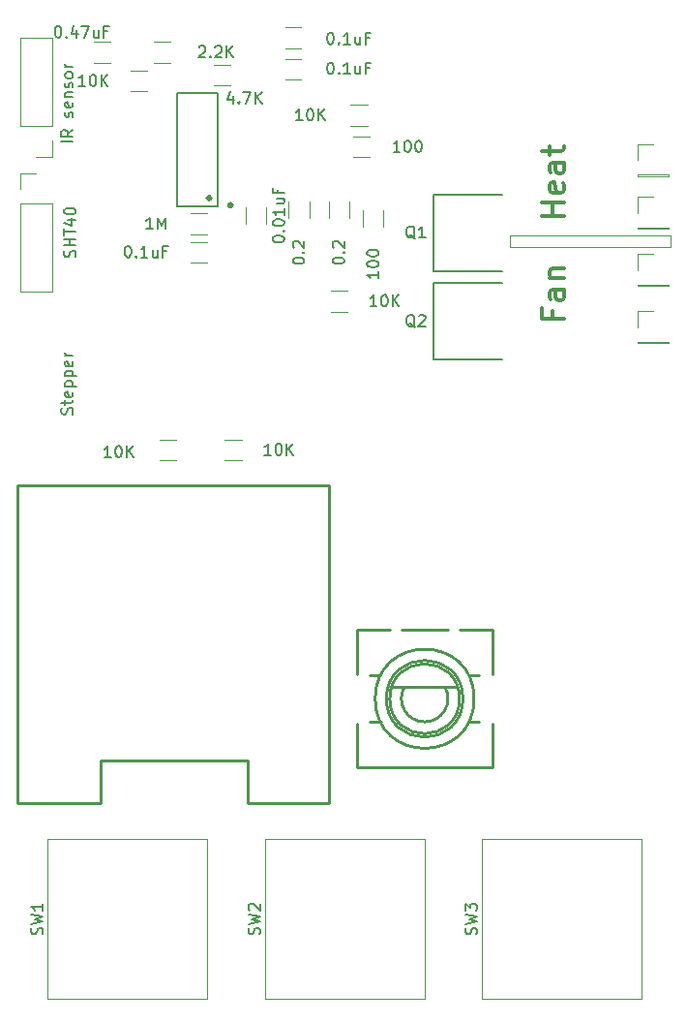
<source format=gbr>
%TF.GenerationSoftware,KiCad,Pcbnew,9.0.6*%
%TF.CreationDate,2026-01-15T21:11:11+00:00*%
%TF.ProjectId,Cinder,43696e64-6572-42e6-9b69-6361645f7063,rev?*%
%TF.SameCoordinates,Original*%
%TF.FileFunction,Legend,Top*%
%TF.FilePolarity,Positive*%
%FSLAX46Y46*%
G04 Gerber Fmt 4.6, Leading zero omitted, Abs format (unit mm)*
G04 Created by KiCad (PCBNEW 9.0.6) date 2026-01-15 21:11:11*
%MOMM*%
%LPD*%
G01*
G04 APERTURE LIST*
%ADD10C,0.375000*%
%ADD11C,0.100000*%
%ADD12C,0.150000*%
%ADD13C,0.120000*%
%ADD14C,0.300000*%
%ADD15C,0.250000*%
G04 APERTURE END LIST*
D10*
X174230738Y-67547099D02*
X172230738Y-67547099D01*
X173183119Y-67547099D02*
X173183119Y-66404242D01*
X174230738Y-66404242D02*
X172230738Y-66404242D01*
X174135500Y-64689956D02*
X174230738Y-64880432D01*
X174230738Y-64880432D02*
X174230738Y-65261385D01*
X174230738Y-65261385D02*
X174135500Y-65451861D01*
X174135500Y-65451861D02*
X173945023Y-65547099D01*
X173945023Y-65547099D02*
X173183119Y-65547099D01*
X173183119Y-65547099D02*
X172992642Y-65451861D01*
X172992642Y-65451861D02*
X172897404Y-65261385D01*
X172897404Y-65261385D02*
X172897404Y-64880432D01*
X172897404Y-64880432D02*
X172992642Y-64689956D01*
X172992642Y-64689956D02*
X173183119Y-64594718D01*
X173183119Y-64594718D02*
X173373595Y-64594718D01*
X173373595Y-64594718D02*
X173564071Y-65547099D01*
X174230738Y-62880432D02*
X173183119Y-62880432D01*
X173183119Y-62880432D02*
X172992642Y-62975670D01*
X172992642Y-62975670D02*
X172897404Y-63166146D01*
X172897404Y-63166146D02*
X172897404Y-63547099D01*
X172897404Y-63547099D02*
X172992642Y-63737575D01*
X174135500Y-62880432D02*
X174230738Y-63070908D01*
X174230738Y-63070908D02*
X174230738Y-63547099D01*
X174230738Y-63547099D02*
X174135500Y-63737575D01*
X174135500Y-63737575D02*
X173945023Y-63832813D01*
X173945023Y-63832813D02*
X173754547Y-63832813D01*
X173754547Y-63832813D02*
X173564071Y-63737575D01*
X173564071Y-63737575D02*
X173468833Y-63547099D01*
X173468833Y-63547099D02*
X173468833Y-63070908D01*
X173468833Y-63070908D02*
X173373595Y-62880432D01*
X172897404Y-62213765D02*
X172897404Y-61451861D01*
X172230738Y-61928051D02*
X173945023Y-61928051D01*
X173945023Y-61928051D02*
X174135500Y-61832813D01*
X174135500Y-61832813D02*
X174230738Y-61642337D01*
X174230738Y-61642337D02*
X174230738Y-61451861D01*
X173183119Y-75880432D02*
X173183119Y-76547099D01*
X174230738Y-76547099D02*
X172230738Y-76547099D01*
X172230738Y-76547099D02*
X172230738Y-75594718D01*
X174230738Y-73975670D02*
X173183119Y-73975670D01*
X173183119Y-73975670D02*
X172992642Y-74070908D01*
X172992642Y-74070908D02*
X172897404Y-74261384D01*
X172897404Y-74261384D02*
X172897404Y-74642337D01*
X172897404Y-74642337D02*
X172992642Y-74832813D01*
X174135500Y-73975670D02*
X174230738Y-74166146D01*
X174230738Y-74166146D02*
X174230738Y-74642337D01*
X174230738Y-74642337D02*
X174135500Y-74832813D01*
X174135500Y-74832813D02*
X173945023Y-74928051D01*
X173945023Y-74928051D02*
X173754547Y-74928051D01*
X173754547Y-74928051D02*
X173564071Y-74832813D01*
X173564071Y-74832813D02*
X173468833Y-74642337D01*
X173468833Y-74642337D02*
X173468833Y-74166146D01*
X173468833Y-74166146D02*
X173373595Y-73975670D01*
X172897404Y-73023289D02*
X174230738Y-73023289D01*
X173087880Y-73023289D02*
X172992642Y-72928051D01*
X172992642Y-72928051D02*
X172897404Y-72737575D01*
X172897404Y-72737575D02*
X172897404Y-72451860D01*
X172897404Y-72451860D02*
X172992642Y-72261384D01*
X172992642Y-72261384D02*
X173183119Y-72166146D01*
X173183119Y-72166146D02*
X174230738Y-72166146D01*
D11*
X183495000Y-70270000D02*
X183495000Y-69270000D01*
X169495000Y-69270000D02*
X169495000Y-70270000D01*
X169495000Y-70270000D02*
X183495000Y-70270000D01*
X183495000Y-69270000D02*
X169495000Y-69270000D01*
D12*
X153954819Y-71511904D02*
X153954819Y-71416666D01*
X153954819Y-71416666D02*
X154002438Y-71321428D01*
X154002438Y-71321428D02*
X154050057Y-71273809D01*
X154050057Y-71273809D02*
X154145295Y-71226190D01*
X154145295Y-71226190D02*
X154335771Y-71178571D01*
X154335771Y-71178571D02*
X154573866Y-71178571D01*
X154573866Y-71178571D02*
X154764342Y-71226190D01*
X154764342Y-71226190D02*
X154859580Y-71273809D01*
X154859580Y-71273809D02*
X154907200Y-71321428D01*
X154907200Y-71321428D02*
X154954819Y-71416666D01*
X154954819Y-71416666D02*
X154954819Y-71511904D01*
X154954819Y-71511904D02*
X154907200Y-71607142D01*
X154907200Y-71607142D02*
X154859580Y-71654761D01*
X154859580Y-71654761D02*
X154764342Y-71702380D01*
X154764342Y-71702380D02*
X154573866Y-71749999D01*
X154573866Y-71749999D02*
X154335771Y-71749999D01*
X154335771Y-71749999D02*
X154145295Y-71702380D01*
X154145295Y-71702380D02*
X154050057Y-71654761D01*
X154050057Y-71654761D02*
X154002438Y-71607142D01*
X154002438Y-71607142D02*
X153954819Y-71511904D01*
X154859580Y-70749999D02*
X154907200Y-70702380D01*
X154907200Y-70702380D02*
X154954819Y-70749999D01*
X154954819Y-70749999D02*
X154907200Y-70797618D01*
X154907200Y-70797618D02*
X154859580Y-70749999D01*
X154859580Y-70749999D02*
X154954819Y-70749999D01*
X154050057Y-70321428D02*
X154002438Y-70273809D01*
X154002438Y-70273809D02*
X153954819Y-70178571D01*
X153954819Y-70178571D02*
X153954819Y-69940476D01*
X153954819Y-69940476D02*
X154002438Y-69845238D01*
X154002438Y-69845238D02*
X154050057Y-69797619D01*
X154050057Y-69797619D02*
X154145295Y-69750000D01*
X154145295Y-69750000D02*
X154240533Y-69750000D01*
X154240533Y-69750000D02*
X154383390Y-69797619D01*
X154383390Y-69797619D02*
X154954819Y-70369047D01*
X154954819Y-70369047D02*
X154954819Y-69750000D01*
X157954819Y-72416666D02*
X157954819Y-72988094D01*
X157954819Y-72702380D02*
X156954819Y-72702380D01*
X156954819Y-72702380D02*
X157097676Y-72797618D01*
X157097676Y-72797618D02*
X157192914Y-72892856D01*
X157192914Y-72892856D02*
X157240533Y-72988094D01*
X156954819Y-71797618D02*
X156954819Y-71702380D01*
X156954819Y-71702380D02*
X157002438Y-71607142D01*
X157002438Y-71607142D02*
X157050057Y-71559523D01*
X157050057Y-71559523D02*
X157145295Y-71511904D01*
X157145295Y-71511904D02*
X157335771Y-71464285D01*
X157335771Y-71464285D02*
X157573866Y-71464285D01*
X157573866Y-71464285D02*
X157764342Y-71511904D01*
X157764342Y-71511904D02*
X157859580Y-71559523D01*
X157859580Y-71559523D02*
X157907200Y-71607142D01*
X157907200Y-71607142D02*
X157954819Y-71702380D01*
X157954819Y-71702380D02*
X157954819Y-71797618D01*
X157954819Y-71797618D02*
X157907200Y-71892856D01*
X157907200Y-71892856D02*
X157859580Y-71940475D01*
X157859580Y-71940475D02*
X157764342Y-71988094D01*
X157764342Y-71988094D02*
X157573866Y-72035713D01*
X157573866Y-72035713D02*
X157335771Y-72035713D01*
X157335771Y-72035713D02*
X157145295Y-71988094D01*
X157145295Y-71988094D02*
X157050057Y-71940475D01*
X157050057Y-71940475D02*
X157002438Y-71892856D01*
X157002438Y-71892856D02*
X156954819Y-71797618D01*
X156954819Y-70845237D02*
X156954819Y-70749999D01*
X156954819Y-70749999D02*
X157002438Y-70654761D01*
X157002438Y-70654761D02*
X157050057Y-70607142D01*
X157050057Y-70607142D02*
X157145295Y-70559523D01*
X157145295Y-70559523D02*
X157335771Y-70511904D01*
X157335771Y-70511904D02*
X157573866Y-70511904D01*
X157573866Y-70511904D02*
X157764342Y-70559523D01*
X157764342Y-70559523D02*
X157859580Y-70607142D01*
X157859580Y-70607142D02*
X157907200Y-70654761D01*
X157907200Y-70654761D02*
X157954819Y-70749999D01*
X157954819Y-70749999D02*
X157954819Y-70845237D01*
X157954819Y-70845237D02*
X157907200Y-70940475D01*
X157907200Y-70940475D02*
X157859580Y-70988094D01*
X157859580Y-70988094D02*
X157764342Y-71035713D01*
X157764342Y-71035713D02*
X157573866Y-71083332D01*
X157573866Y-71083332D02*
X157335771Y-71083332D01*
X157335771Y-71083332D02*
X157145295Y-71035713D01*
X157145295Y-71035713D02*
X157050057Y-70988094D01*
X157050057Y-70988094D02*
X157002438Y-70940475D01*
X157002438Y-70940475D02*
X156954819Y-70845237D01*
X148559523Y-88454819D02*
X147988095Y-88454819D01*
X148273809Y-88454819D02*
X148273809Y-87454819D01*
X148273809Y-87454819D02*
X148178571Y-87597676D01*
X148178571Y-87597676D02*
X148083333Y-87692914D01*
X148083333Y-87692914D02*
X147988095Y-87740533D01*
X149178571Y-87454819D02*
X149273809Y-87454819D01*
X149273809Y-87454819D02*
X149369047Y-87502438D01*
X149369047Y-87502438D02*
X149416666Y-87550057D01*
X149416666Y-87550057D02*
X149464285Y-87645295D01*
X149464285Y-87645295D02*
X149511904Y-87835771D01*
X149511904Y-87835771D02*
X149511904Y-88073866D01*
X149511904Y-88073866D02*
X149464285Y-88264342D01*
X149464285Y-88264342D02*
X149416666Y-88359580D01*
X149416666Y-88359580D02*
X149369047Y-88407200D01*
X149369047Y-88407200D02*
X149273809Y-88454819D01*
X149273809Y-88454819D02*
X149178571Y-88454819D01*
X149178571Y-88454819D02*
X149083333Y-88407200D01*
X149083333Y-88407200D02*
X149035714Y-88359580D01*
X149035714Y-88359580D02*
X148988095Y-88264342D01*
X148988095Y-88264342D02*
X148940476Y-88073866D01*
X148940476Y-88073866D02*
X148940476Y-87835771D01*
X148940476Y-87835771D02*
X148988095Y-87645295D01*
X148988095Y-87645295D02*
X149035714Y-87550057D01*
X149035714Y-87550057D02*
X149083333Y-87502438D01*
X149083333Y-87502438D02*
X149178571Y-87454819D01*
X149940476Y-88454819D02*
X149940476Y-87454819D01*
X150511904Y-88454819D02*
X150083333Y-87883390D01*
X150511904Y-87454819D02*
X149940476Y-88026247D01*
X134559523Y-88644819D02*
X133988095Y-88644819D01*
X134273809Y-88644819D02*
X134273809Y-87644819D01*
X134273809Y-87644819D02*
X134178571Y-87787676D01*
X134178571Y-87787676D02*
X134083333Y-87882914D01*
X134083333Y-87882914D02*
X133988095Y-87930533D01*
X135178571Y-87644819D02*
X135273809Y-87644819D01*
X135273809Y-87644819D02*
X135369047Y-87692438D01*
X135369047Y-87692438D02*
X135416666Y-87740057D01*
X135416666Y-87740057D02*
X135464285Y-87835295D01*
X135464285Y-87835295D02*
X135511904Y-88025771D01*
X135511904Y-88025771D02*
X135511904Y-88263866D01*
X135511904Y-88263866D02*
X135464285Y-88454342D01*
X135464285Y-88454342D02*
X135416666Y-88549580D01*
X135416666Y-88549580D02*
X135369047Y-88597200D01*
X135369047Y-88597200D02*
X135273809Y-88644819D01*
X135273809Y-88644819D02*
X135178571Y-88644819D01*
X135178571Y-88644819D02*
X135083333Y-88597200D01*
X135083333Y-88597200D02*
X135035714Y-88549580D01*
X135035714Y-88549580D02*
X134988095Y-88454342D01*
X134988095Y-88454342D02*
X134940476Y-88263866D01*
X134940476Y-88263866D02*
X134940476Y-88025771D01*
X134940476Y-88025771D02*
X134988095Y-87835295D01*
X134988095Y-87835295D02*
X135035714Y-87740057D01*
X135035714Y-87740057D02*
X135083333Y-87692438D01*
X135083333Y-87692438D02*
X135178571Y-87644819D01*
X135940476Y-88644819D02*
X135940476Y-87644819D01*
X136511904Y-88644819D02*
X136083333Y-88073390D01*
X136511904Y-87644819D02*
X135940476Y-88216247D01*
X131407200Y-71142856D02*
X131454819Y-70999999D01*
X131454819Y-70999999D02*
X131454819Y-70761904D01*
X131454819Y-70761904D02*
X131407200Y-70666666D01*
X131407200Y-70666666D02*
X131359580Y-70619047D01*
X131359580Y-70619047D02*
X131264342Y-70571428D01*
X131264342Y-70571428D02*
X131169104Y-70571428D01*
X131169104Y-70571428D02*
X131073866Y-70619047D01*
X131073866Y-70619047D02*
X131026247Y-70666666D01*
X131026247Y-70666666D02*
X130978628Y-70761904D01*
X130978628Y-70761904D02*
X130931009Y-70952380D01*
X130931009Y-70952380D02*
X130883390Y-71047618D01*
X130883390Y-71047618D02*
X130835771Y-71095237D01*
X130835771Y-71095237D02*
X130740533Y-71142856D01*
X130740533Y-71142856D02*
X130645295Y-71142856D01*
X130645295Y-71142856D02*
X130550057Y-71095237D01*
X130550057Y-71095237D02*
X130502438Y-71047618D01*
X130502438Y-71047618D02*
X130454819Y-70952380D01*
X130454819Y-70952380D02*
X130454819Y-70714285D01*
X130454819Y-70714285D02*
X130502438Y-70571428D01*
X131454819Y-70142856D02*
X130454819Y-70142856D01*
X130931009Y-70142856D02*
X130931009Y-69571428D01*
X131454819Y-69571428D02*
X130454819Y-69571428D01*
X130454819Y-69238094D02*
X130454819Y-68666666D01*
X131454819Y-68952380D02*
X130454819Y-68952380D01*
X130788152Y-67904761D02*
X131454819Y-67904761D01*
X130407200Y-68142856D02*
X131121485Y-68380951D01*
X131121485Y-68380951D02*
X131121485Y-67761904D01*
X130454819Y-67190475D02*
X130454819Y-67095237D01*
X130454819Y-67095237D02*
X130502438Y-66999999D01*
X130502438Y-66999999D02*
X130550057Y-66952380D01*
X130550057Y-66952380D02*
X130645295Y-66904761D01*
X130645295Y-66904761D02*
X130835771Y-66857142D01*
X130835771Y-66857142D02*
X131073866Y-66857142D01*
X131073866Y-66857142D02*
X131264342Y-66904761D01*
X131264342Y-66904761D02*
X131359580Y-66952380D01*
X131359580Y-66952380D02*
X131407200Y-66999999D01*
X131407200Y-66999999D02*
X131454819Y-67095237D01*
X131454819Y-67095237D02*
X131454819Y-67190475D01*
X131454819Y-67190475D02*
X131407200Y-67285713D01*
X131407200Y-67285713D02*
X131359580Y-67333332D01*
X131359580Y-67333332D02*
X131264342Y-67380951D01*
X131264342Y-67380951D02*
X131073866Y-67428570D01*
X131073866Y-67428570D02*
X130835771Y-67428570D01*
X130835771Y-67428570D02*
X130645295Y-67380951D01*
X130645295Y-67380951D02*
X130550057Y-67333332D01*
X130550057Y-67333332D02*
X130502438Y-67285713D01*
X130502438Y-67285713D02*
X130454819Y-67190475D01*
X150454819Y-71511904D02*
X150454819Y-71416666D01*
X150454819Y-71416666D02*
X150502438Y-71321428D01*
X150502438Y-71321428D02*
X150550057Y-71273809D01*
X150550057Y-71273809D02*
X150645295Y-71226190D01*
X150645295Y-71226190D02*
X150835771Y-71178571D01*
X150835771Y-71178571D02*
X151073866Y-71178571D01*
X151073866Y-71178571D02*
X151264342Y-71226190D01*
X151264342Y-71226190D02*
X151359580Y-71273809D01*
X151359580Y-71273809D02*
X151407200Y-71321428D01*
X151407200Y-71321428D02*
X151454819Y-71416666D01*
X151454819Y-71416666D02*
X151454819Y-71511904D01*
X151454819Y-71511904D02*
X151407200Y-71607142D01*
X151407200Y-71607142D02*
X151359580Y-71654761D01*
X151359580Y-71654761D02*
X151264342Y-71702380D01*
X151264342Y-71702380D02*
X151073866Y-71749999D01*
X151073866Y-71749999D02*
X150835771Y-71749999D01*
X150835771Y-71749999D02*
X150645295Y-71702380D01*
X150645295Y-71702380D02*
X150550057Y-71654761D01*
X150550057Y-71654761D02*
X150502438Y-71607142D01*
X150502438Y-71607142D02*
X150454819Y-71511904D01*
X151359580Y-70749999D02*
X151407200Y-70702380D01*
X151407200Y-70702380D02*
X151454819Y-70749999D01*
X151454819Y-70749999D02*
X151407200Y-70797618D01*
X151407200Y-70797618D02*
X151359580Y-70749999D01*
X151359580Y-70749999D02*
X151454819Y-70749999D01*
X150550057Y-70321428D02*
X150502438Y-70273809D01*
X150502438Y-70273809D02*
X150454819Y-70178571D01*
X150454819Y-70178571D02*
X150454819Y-69940476D01*
X150454819Y-69940476D02*
X150502438Y-69845238D01*
X150502438Y-69845238D02*
X150550057Y-69797619D01*
X150550057Y-69797619D02*
X150645295Y-69750000D01*
X150645295Y-69750000D02*
X150740533Y-69750000D01*
X150740533Y-69750000D02*
X150883390Y-69797619D01*
X150883390Y-69797619D02*
X151454819Y-70369047D01*
X151454819Y-70369047D02*
X151454819Y-69750000D01*
X151309523Y-59204819D02*
X150738095Y-59204819D01*
X151023809Y-59204819D02*
X151023809Y-58204819D01*
X151023809Y-58204819D02*
X150928571Y-58347676D01*
X150928571Y-58347676D02*
X150833333Y-58442914D01*
X150833333Y-58442914D02*
X150738095Y-58490533D01*
X151928571Y-58204819D02*
X152023809Y-58204819D01*
X152023809Y-58204819D02*
X152119047Y-58252438D01*
X152119047Y-58252438D02*
X152166666Y-58300057D01*
X152166666Y-58300057D02*
X152214285Y-58395295D01*
X152214285Y-58395295D02*
X152261904Y-58585771D01*
X152261904Y-58585771D02*
X152261904Y-58823866D01*
X152261904Y-58823866D02*
X152214285Y-59014342D01*
X152214285Y-59014342D02*
X152166666Y-59109580D01*
X152166666Y-59109580D02*
X152119047Y-59157200D01*
X152119047Y-59157200D02*
X152023809Y-59204819D01*
X152023809Y-59204819D02*
X151928571Y-59204819D01*
X151928571Y-59204819D02*
X151833333Y-59157200D01*
X151833333Y-59157200D02*
X151785714Y-59109580D01*
X151785714Y-59109580D02*
X151738095Y-59014342D01*
X151738095Y-59014342D02*
X151690476Y-58823866D01*
X151690476Y-58823866D02*
X151690476Y-58585771D01*
X151690476Y-58585771D02*
X151738095Y-58395295D01*
X151738095Y-58395295D02*
X151785714Y-58300057D01*
X151785714Y-58300057D02*
X151833333Y-58252438D01*
X151833333Y-58252438D02*
X151928571Y-58204819D01*
X152690476Y-59204819D02*
X152690476Y-58204819D01*
X153261904Y-59204819D02*
X152833333Y-58633390D01*
X153261904Y-58204819D02*
X152690476Y-58776247D01*
X159833333Y-61954819D02*
X159261905Y-61954819D01*
X159547619Y-61954819D02*
X159547619Y-60954819D01*
X159547619Y-60954819D02*
X159452381Y-61097676D01*
X159452381Y-61097676D02*
X159357143Y-61192914D01*
X159357143Y-61192914D02*
X159261905Y-61240533D01*
X160452381Y-60954819D02*
X160547619Y-60954819D01*
X160547619Y-60954819D02*
X160642857Y-61002438D01*
X160642857Y-61002438D02*
X160690476Y-61050057D01*
X160690476Y-61050057D02*
X160738095Y-61145295D01*
X160738095Y-61145295D02*
X160785714Y-61335771D01*
X160785714Y-61335771D02*
X160785714Y-61573866D01*
X160785714Y-61573866D02*
X160738095Y-61764342D01*
X160738095Y-61764342D02*
X160690476Y-61859580D01*
X160690476Y-61859580D02*
X160642857Y-61907200D01*
X160642857Y-61907200D02*
X160547619Y-61954819D01*
X160547619Y-61954819D02*
X160452381Y-61954819D01*
X160452381Y-61954819D02*
X160357143Y-61907200D01*
X160357143Y-61907200D02*
X160309524Y-61859580D01*
X160309524Y-61859580D02*
X160261905Y-61764342D01*
X160261905Y-61764342D02*
X160214286Y-61573866D01*
X160214286Y-61573866D02*
X160214286Y-61335771D01*
X160214286Y-61335771D02*
X160261905Y-61145295D01*
X160261905Y-61145295D02*
X160309524Y-61050057D01*
X160309524Y-61050057D02*
X160357143Y-61002438D01*
X160357143Y-61002438D02*
X160452381Y-60954819D01*
X161404762Y-60954819D02*
X161500000Y-60954819D01*
X161500000Y-60954819D02*
X161595238Y-61002438D01*
X161595238Y-61002438D02*
X161642857Y-61050057D01*
X161642857Y-61050057D02*
X161690476Y-61145295D01*
X161690476Y-61145295D02*
X161738095Y-61335771D01*
X161738095Y-61335771D02*
X161738095Y-61573866D01*
X161738095Y-61573866D02*
X161690476Y-61764342D01*
X161690476Y-61764342D02*
X161642857Y-61859580D01*
X161642857Y-61859580D02*
X161595238Y-61907200D01*
X161595238Y-61907200D02*
X161500000Y-61954819D01*
X161500000Y-61954819D02*
X161404762Y-61954819D01*
X161404762Y-61954819D02*
X161309524Y-61907200D01*
X161309524Y-61907200D02*
X161261905Y-61859580D01*
X161261905Y-61859580D02*
X161214286Y-61764342D01*
X161214286Y-61764342D02*
X161166667Y-61573866D01*
X161166667Y-61573866D02*
X161166667Y-61335771D01*
X161166667Y-61335771D02*
X161214286Y-61145295D01*
X161214286Y-61145295D02*
X161261905Y-61050057D01*
X161261905Y-61050057D02*
X161309524Y-61002438D01*
X161309524Y-61002438D02*
X161404762Y-60954819D01*
X157809523Y-75454819D02*
X157238095Y-75454819D01*
X157523809Y-75454819D02*
X157523809Y-74454819D01*
X157523809Y-74454819D02*
X157428571Y-74597676D01*
X157428571Y-74597676D02*
X157333333Y-74692914D01*
X157333333Y-74692914D02*
X157238095Y-74740533D01*
X158428571Y-74454819D02*
X158523809Y-74454819D01*
X158523809Y-74454819D02*
X158619047Y-74502438D01*
X158619047Y-74502438D02*
X158666666Y-74550057D01*
X158666666Y-74550057D02*
X158714285Y-74645295D01*
X158714285Y-74645295D02*
X158761904Y-74835771D01*
X158761904Y-74835771D02*
X158761904Y-75073866D01*
X158761904Y-75073866D02*
X158714285Y-75264342D01*
X158714285Y-75264342D02*
X158666666Y-75359580D01*
X158666666Y-75359580D02*
X158619047Y-75407200D01*
X158619047Y-75407200D02*
X158523809Y-75454819D01*
X158523809Y-75454819D02*
X158428571Y-75454819D01*
X158428571Y-75454819D02*
X158333333Y-75407200D01*
X158333333Y-75407200D02*
X158285714Y-75359580D01*
X158285714Y-75359580D02*
X158238095Y-75264342D01*
X158238095Y-75264342D02*
X158190476Y-75073866D01*
X158190476Y-75073866D02*
X158190476Y-74835771D01*
X158190476Y-74835771D02*
X158238095Y-74645295D01*
X158238095Y-74645295D02*
X158285714Y-74550057D01*
X158285714Y-74550057D02*
X158333333Y-74502438D01*
X158333333Y-74502438D02*
X158428571Y-74454819D01*
X159190476Y-75454819D02*
X159190476Y-74454819D01*
X159761904Y-75454819D02*
X159333333Y-74883390D01*
X159761904Y-74454819D02*
X159190476Y-75026247D01*
X148704819Y-69619047D02*
X148704819Y-69523809D01*
X148704819Y-69523809D02*
X148752438Y-69428571D01*
X148752438Y-69428571D02*
X148800057Y-69380952D01*
X148800057Y-69380952D02*
X148895295Y-69333333D01*
X148895295Y-69333333D02*
X149085771Y-69285714D01*
X149085771Y-69285714D02*
X149323866Y-69285714D01*
X149323866Y-69285714D02*
X149514342Y-69333333D01*
X149514342Y-69333333D02*
X149609580Y-69380952D01*
X149609580Y-69380952D02*
X149657200Y-69428571D01*
X149657200Y-69428571D02*
X149704819Y-69523809D01*
X149704819Y-69523809D02*
X149704819Y-69619047D01*
X149704819Y-69619047D02*
X149657200Y-69714285D01*
X149657200Y-69714285D02*
X149609580Y-69761904D01*
X149609580Y-69761904D02*
X149514342Y-69809523D01*
X149514342Y-69809523D02*
X149323866Y-69857142D01*
X149323866Y-69857142D02*
X149085771Y-69857142D01*
X149085771Y-69857142D02*
X148895295Y-69809523D01*
X148895295Y-69809523D02*
X148800057Y-69761904D01*
X148800057Y-69761904D02*
X148752438Y-69714285D01*
X148752438Y-69714285D02*
X148704819Y-69619047D01*
X149609580Y-68857142D02*
X149657200Y-68809523D01*
X149657200Y-68809523D02*
X149704819Y-68857142D01*
X149704819Y-68857142D02*
X149657200Y-68904761D01*
X149657200Y-68904761D02*
X149609580Y-68857142D01*
X149609580Y-68857142D02*
X149704819Y-68857142D01*
X148704819Y-68190476D02*
X148704819Y-68095238D01*
X148704819Y-68095238D02*
X148752438Y-68000000D01*
X148752438Y-68000000D02*
X148800057Y-67952381D01*
X148800057Y-67952381D02*
X148895295Y-67904762D01*
X148895295Y-67904762D02*
X149085771Y-67857143D01*
X149085771Y-67857143D02*
X149323866Y-67857143D01*
X149323866Y-67857143D02*
X149514342Y-67904762D01*
X149514342Y-67904762D02*
X149609580Y-67952381D01*
X149609580Y-67952381D02*
X149657200Y-68000000D01*
X149657200Y-68000000D02*
X149704819Y-68095238D01*
X149704819Y-68095238D02*
X149704819Y-68190476D01*
X149704819Y-68190476D02*
X149657200Y-68285714D01*
X149657200Y-68285714D02*
X149609580Y-68333333D01*
X149609580Y-68333333D02*
X149514342Y-68380952D01*
X149514342Y-68380952D02*
X149323866Y-68428571D01*
X149323866Y-68428571D02*
X149085771Y-68428571D01*
X149085771Y-68428571D02*
X148895295Y-68380952D01*
X148895295Y-68380952D02*
X148800057Y-68333333D01*
X148800057Y-68333333D02*
X148752438Y-68285714D01*
X148752438Y-68285714D02*
X148704819Y-68190476D01*
X149704819Y-66904762D02*
X149704819Y-67476190D01*
X149704819Y-67190476D02*
X148704819Y-67190476D01*
X148704819Y-67190476D02*
X148847676Y-67285714D01*
X148847676Y-67285714D02*
X148942914Y-67380952D01*
X148942914Y-67380952D02*
X148990533Y-67476190D01*
X149038152Y-66047619D02*
X149704819Y-66047619D01*
X149038152Y-66476190D02*
X149561961Y-66476190D01*
X149561961Y-66476190D02*
X149657200Y-66428571D01*
X149657200Y-66428571D02*
X149704819Y-66333333D01*
X149704819Y-66333333D02*
X149704819Y-66190476D01*
X149704819Y-66190476D02*
X149657200Y-66095238D01*
X149657200Y-66095238D02*
X149609580Y-66047619D01*
X149181009Y-65238095D02*
X149181009Y-65571428D01*
X149704819Y-65571428D02*
X148704819Y-65571428D01*
X148704819Y-65571428D02*
X148704819Y-65095238D01*
X135992143Y-70164819D02*
X136087381Y-70164819D01*
X136087381Y-70164819D02*
X136182619Y-70212438D01*
X136182619Y-70212438D02*
X136230238Y-70260057D01*
X136230238Y-70260057D02*
X136277857Y-70355295D01*
X136277857Y-70355295D02*
X136325476Y-70545771D01*
X136325476Y-70545771D02*
X136325476Y-70783866D01*
X136325476Y-70783866D02*
X136277857Y-70974342D01*
X136277857Y-70974342D02*
X136230238Y-71069580D01*
X136230238Y-71069580D02*
X136182619Y-71117200D01*
X136182619Y-71117200D02*
X136087381Y-71164819D01*
X136087381Y-71164819D02*
X135992143Y-71164819D01*
X135992143Y-71164819D02*
X135896905Y-71117200D01*
X135896905Y-71117200D02*
X135849286Y-71069580D01*
X135849286Y-71069580D02*
X135801667Y-70974342D01*
X135801667Y-70974342D02*
X135754048Y-70783866D01*
X135754048Y-70783866D02*
X135754048Y-70545771D01*
X135754048Y-70545771D02*
X135801667Y-70355295D01*
X135801667Y-70355295D02*
X135849286Y-70260057D01*
X135849286Y-70260057D02*
X135896905Y-70212438D01*
X135896905Y-70212438D02*
X135992143Y-70164819D01*
X136754048Y-71069580D02*
X136801667Y-71117200D01*
X136801667Y-71117200D02*
X136754048Y-71164819D01*
X136754048Y-71164819D02*
X136706429Y-71117200D01*
X136706429Y-71117200D02*
X136754048Y-71069580D01*
X136754048Y-71069580D02*
X136754048Y-71164819D01*
X137754047Y-71164819D02*
X137182619Y-71164819D01*
X137468333Y-71164819D02*
X137468333Y-70164819D01*
X137468333Y-70164819D02*
X137373095Y-70307676D01*
X137373095Y-70307676D02*
X137277857Y-70402914D01*
X137277857Y-70402914D02*
X137182619Y-70450533D01*
X138611190Y-70498152D02*
X138611190Y-71164819D01*
X138182619Y-70498152D02*
X138182619Y-71021961D01*
X138182619Y-71021961D02*
X138230238Y-71117200D01*
X138230238Y-71117200D02*
X138325476Y-71164819D01*
X138325476Y-71164819D02*
X138468333Y-71164819D01*
X138468333Y-71164819D02*
X138563571Y-71117200D01*
X138563571Y-71117200D02*
X138611190Y-71069580D01*
X139420714Y-70641009D02*
X139087381Y-70641009D01*
X139087381Y-71164819D02*
X139087381Y-70164819D01*
X139087381Y-70164819D02*
X139563571Y-70164819D01*
X153722143Y-54144819D02*
X153817381Y-54144819D01*
X153817381Y-54144819D02*
X153912619Y-54192438D01*
X153912619Y-54192438D02*
X153960238Y-54240057D01*
X153960238Y-54240057D02*
X154007857Y-54335295D01*
X154007857Y-54335295D02*
X154055476Y-54525771D01*
X154055476Y-54525771D02*
X154055476Y-54763866D01*
X154055476Y-54763866D02*
X154007857Y-54954342D01*
X154007857Y-54954342D02*
X153960238Y-55049580D01*
X153960238Y-55049580D02*
X153912619Y-55097200D01*
X153912619Y-55097200D02*
X153817381Y-55144819D01*
X153817381Y-55144819D02*
X153722143Y-55144819D01*
X153722143Y-55144819D02*
X153626905Y-55097200D01*
X153626905Y-55097200D02*
X153579286Y-55049580D01*
X153579286Y-55049580D02*
X153531667Y-54954342D01*
X153531667Y-54954342D02*
X153484048Y-54763866D01*
X153484048Y-54763866D02*
X153484048Y-54525771D01*
X153484048Y-54525771D02*
X153531667Y-54335295D01*
X153531667Y-54335295D02*
X153579286Y-54240057D01*
X153579286Y-54240057D02*
X153626905Y-54192438D01*
X153626905Y-54192438D02*
X153722143Y-54144819D01*
X154484048Y-55049580D02*
X154531667Y-55097200D01*
X154531667Y-55097200D02*
X154484048Y-55144819D01*
X154484048Y-55144819D02*
X154436429Y-55097200D01*
X154436429Y-55097200D02*
X154484048Y-55049580D01*
X154484048Y-55049580D02*
X154484048Y-55144819D01*
X155484047Y-55144819D02*
X154912619Y-55144819D01*
X155198333Y-55144819D02*
X155198333Y-54144819D01*
X155198333Y-54144819D02*
X155103095Y-54287676D01*
X155103095Y-54287676D02*
X155007857Y-54382914D01*
X155007857Y-54382914D02*
X154912619Y-54430533D01*
X156341190Y-54478152D02*
X156341190Y-55144819D01*
X155912619Y-54478152D02*
X155912619Y-55001961D01*
X155912619Y-55001961D02*
X155960238Y-55097200D01*
X155960238Y-55097200D02*
X156055476Y-55144819D01*
X156055476Y-55144819D02*
X156198333Y-55144819D01*
X156198333Y-55144819D02*
X156293571Y-55097200D01*
X156293571Y-55097200D02*
X156341190Y-55049580D01*
X157150714Y-54621009D02*
X156817381Y-54621009D01*
X156817381Y-55144819D02*
X156817381Y-54144819D01*
X156817381Y-54144819D02*
X157293571Y-54144819D01*
X153722143Y-51544819D02*
X153817381Y-51544819D01*
X153817381Y-51544819D02*
X153912619Y-51592438D01*
X153912619Y-51592438D02*
X153960238Y-51640057D01*
X153960238Y-51640057D02*
X154007857Y-51735295D01*
X154007857Y-51735295D02*
X154055476Y-51925771D01*
X154055476Y-51925771D02*
X154055476Y-52163866D01*
X154055476Y-52163866D02*
X154007857Y-52354342D01*
X154007857Y-52354342D02*
X153960238Y-52449580D01*
X153960238Y-52449580D02*
X153912619Y-52497200D01*
X153912619Y-52497200D02*
X153817381Y-52544819D01*
X153817381Y-52544819D02*
X153722143Y-52544819D01*
X153722143Y-52544819D02*
X153626905Y-52497200D01*
X153626905Y-52497200D02*
X153579286Y-52449580D01*
X153579286Y-52449580D02*
X153531667Y-52354342D01*
X153531667Y-52354342D02*
X153484048Y-52163866D01*
X153484048Y-52163866D02*
X153484048Y-51925771D01*
X153484048Y-51925771D02*
X153531667Y-51735295D01*
X153531667Y-51735295D02*
X153579286Y-51640057D01*
X153579286Y-51640057D02*
X153626905Y-51592438D01*
X153626905Y-51592438D02*
X153722143Y-51544819D01*
X154484048Y-52449580D02*
X154531667Y-52497200D01*
X154531667Y-52497200D02*
X154484048Y-52544819D01*
X154484048Y-52544819D02*
X154436429Y-52497200D01*
X154436429Y-52497200D02*
X154484048Y-52449580D01*
X154484048Y-52449580D02*
X154484048Y-52544819D01*
X155484047Y-52544819D02*
X154912619Y-52544819D01*
X155198333Y-52544819D02*
X155198333Y-51544819D01*
X155198333Y-51544819D02*
X155103095Y-51687676D01*
X155103095Y-51687676D02*
X155007857Y-51782914D01*
X155007857Y-51782914D02*
X154912619Y-51830533D01*
X156341190Y-51878152D02*
X156341190Y-52544819D01*
X155912619Y-51878152D02*
X155912619Y-52401961D01*
X155912619Y-52401961D02*
X155960238Y-52497200D01*
X155960238Y-52497200D02*
X156055476Y-52544819D01*
X156055476Y-52544819D02*
X156198333Y-52544819D01*
X156198333Y-52544819D02*
X156293571Y-52497200D01*
X156293571Y-52497200D02*
X156341190Y-52449580D01*
X157150714Y-52021009D02*
X156817381Y-52021009D01*
X156817381Y-52544819D02*
X156817381Y-51544819D01*
X156817381Y-51544819D02*
X157293571Y-51544819D01*
X129880952Y-50954819D02*
X129976190Y-50954819D01*
X129976190Y-50954819D02*
X130071428Y-51002438D01*
X130071428Y-51002438D02*
X130119047Y-51050057D01*
X130119047Y-51050057D02*
X130166666Y-51145295D01*
X130166666Y-51145295D02*
X130214285Y-51335771D01*
X130214285Y-51335771D02*
X130214285Y-51573866D01*
X130214285Y-51573866D02*
X130166666Y-51764342D01*
X130166666Y-51764342D02*
X130119047Y-51859580D01*
X130119047Y-51859580D02*
X130071428Y-51907200D01*
X130071428Y-51907200D02*
X129976190Y-51954819D01*
X129976190Y-51954819D02*
X129880952Y-51954819D01*
X129880952Y-51954819D02*
X129785714Y-51907200D01*
X129785714Y-51907200D02*
X129738095Y-51859580D01*
X129738095Y-51859580D02*
X129690476Y-51764342D01*
X129690476Y-51764342D02*
X129642857Y-51573866D01*
X129642857Y-51573866D02*
X129642857Y-51335771D01*
X129642857Y-51335771D02*
X129690476Y-51145295D01*
X129690476Y-51145295D02*
X129738095Y-51050057D01*
X129738095Y-51050057D02*
X129785714Y-51002438D01*
X129785714Y-51002438D02*
X129880952Y-50954819D01*
X130642857Y-51859580D02*
X130690476Y-51907200D01*
X130690476Y-51907200D02*
X130642857Y-51954819D01*
X130642857Y-51954819D02*
X130595238Y-51907200D01*
X130595238Y-51907200D02*
X130642857Y-51859580D01*
X130642857Y-51859580D02*
X130642857Y-51954819D01*
X131547618Y-51288152D02*
X131547618Y-51954819D01*
X131309523Y-50907200D02*
X131071428Y-51621485D01*
X131071428Y-51621485D02*
X131690475Y-51621485D01*
X131976190Y-50954819D02*
X132642856Y-50954819D01*
X132642856Y-50954819D02*
X132214285Y-51954819D01*
X133452380Y-51288152D02*
X133452380Y-51954819D01*
X133023809Y-51288152D02*
X133023809Y-51811961D01*
X133023809Y-51811961D02*
X133071428Y-51907200D01*
X133071428Y-51907200D02*
X133166666Y-51954819D01*
X133166666Y-51954819D02*
X133309523Y-51954819D01*
X133309523Y-51954819D02*
X133404761Y-51907200D01*
X133404761Y-51907200D02*
X133452380Y-51859580D01*
X134261904Y-51431009D02*
X133928571Y-51431009D01*
X133928571Y-51954819D02*
X133928571Y-50954819D01*
X133928571Y-50954819D02*
X134404761Y-50954819D01*
X138214285Y-68704819D02*
X137642857Y-68704819D01*
X137928571Y-68704819D02*
X137928571Y-67704819D01*
X137928571Y-67704819D02*
X137833333Y-67847676D01*
X137833333Y-67847676D02*
X137738095Y-67942914D01*
X137738095Y-67942914D02*
X137642857Y-67990533D01*
X138642857Y-68704819D02*
X138642857Y-67704819D01*
X138642857Y-67704819D02*
X138976190Y-68419104D01*
X138976190Y-68419104D02*
X139309523Y-67704819D01*
X139309523Y-67704819D02*
X139309523Y-68704819D01*
X142250000Y-52800057D02*
X142297619Y-52752438D01*
X142297619Y-52752438D02*
X142392857Y-52704819D01*
X142392857Y-52704819D02*
X142630952Y-52704819D01*
X142630952Y-52704819D02*
X142726190Y-52752438D01*
X142726190Y-52752438D02*
X142773809Y-52800057D01*
X142773809Y-52800057D02*
X142821428Y-52895295D01*
X142821428Y-52895295D02*
X142821428Y-52990533D01*
X142821428Y-52990533D02*
X142773809Y-53133390D01*
X142773809Y-53133390D02*
X142202381Y-53704819D01*
X142202381Y-53704819D02*
X142821428Y-53704819D01*
X143250000Y-53609580D02*
X143297619Y-53657200D01*
X143297619Y-53657200D02*
X143250000Y-53704819D01*
X143250000Y-53704819D02*
X143202381Y-53657200D01*
X143202381Y-53657200D02*
X143250000Y-53609580D01*
X143250000Y-53609580D02*
X143250000Y-53704819D01*
X143678571Y-52800057D02*
X143726190Y-52752438D01*
X143726190Y-52752438D02*
X143821428Y-52704819D01*
X143821428Y-52704819D02*
X144059523Y-52704819D01*
X144059523Y-52704819D02*
X144154761Y-52752438D01*
X144154761Y-52752438D02*
X144202380Y-52800057D01*
X144202380Y-52800057D02*
X144249999Y-52895295D01*
X144249999Y-52895295D02*
X144249999Y-52990533D01*
X144249999Y-52990533D02*
X144202380Y-53133390D01*
X144202380Y-53133390D02*
X143630952Y-53704819D01*
X143630952Y-53704819D02*
X144249999Y-53704819D01*
X144678571Y-53704819D02*
X144678571Y-52704819D01*
X145249999Y-53704819D02*
X144821428Y-53133390D01*
X145249999Y-52704819D02*
X144678571Y-53276247D01*
X145226190Y-57038152D02*
X145226190Y-57704819D01*
X144988095Y-56657200D02*
X144750000Y-57371485D01*
X144750000Y-57371485D02*
X145369047Y-57371485D01*
X145750000Y-57609580D02*
X145797619Y-57657200D01*
X145797619Y-57657200D02*
X145750000Y-57704819D01*
X145750000Y-57704819D02*
X145702381Y-57657200D01*
X145702381Y-57657200D02*
X145750000Y-57609580D01*
X145750000Y-57609580D02*
X145750000Y-57704819D01*
X146130952Y-56704819D02*
X146797618Y-56704819D01*
X146797618Y-56704819D02*
X146369047Y-57704819D01*
X147178571Y-57704819D02*
X147178571Y-56704819D01*
X147749999Y-57704819D02*
X147321428Y-57133390D01*
X147749999Y-56704819D02*
X147178571Y-57276247D01*
X132309523Y-56204819D02*
X131738095Y-56204819D01*
X132023809Y-56204819D02*
X132023809Y-55204819D01*
X132023809Y-55204819D02*
X131928571Y-55347676D01*
X131928571Y-55347676D02*
X131833333Y-55442914D01*
X131833333Y-55442914D02*
X131738095Y-55490533D01*
X132928571Y-55204819D02*
X133023809Y-55204819D01*
X133023809Y-55204819D02*
X133119047Y-55252438D01*
X133119047Y-55252438D02*
X133166666Y-55300057D01*
X133166666Y-55300057D02*
X133214285Y-55395295D01*
X133214285Y-55395295D02*
X133261904Y-55585771D01*
X133261904Y-55585771D02*
X133261904Y-55823866D01*
X133261904Y-55823866D02*
X133214285Y-56014342D01*
X133214285Y-56014342D02*
X133166666Y-56109580D01*
X133166666Y-56109580D02*
X133119047Y-56157200D01*
X133119047Y-56157200D02*
X133023809Y-56204819D01*
X133023809Y-56204819D02*
X132928571Y-56204819D01*
X132928571Y-56204819D02*
X132833333Y-56157200D01*
X132833333Y-56157200D02*
X132785714Y-56109580D01*
X132785714Y-56109580D02*
X132738095Y-56014342D01*
X132738095Y-56014342D02*
X132690476Y-55823866D01*
X132690476Y-55823866D02*
X132690476Y-55585771D01*
X132690476Y-55585771D02*
X132738095Y-55395295D01*
X132738095Y-55395295D02*
X132785714Y-55300057D01*
X132785714Y-55300057D02*
X132833333Y-55252438D01*
X132833333Y-55252438D02*
X132928571Y-55204819D01*
X133690476Y-56204819D02*
X133690476Y-55204819D01*
X134261904Y-56204819D02*
X133833333Y-55633390D01*
X134261904Y-55204819D02*
X133690476Y-55776247D01*
X161154761Y-77300057D02*
X161059523Y-77252438D01*
X161059523Y-77252438D02*
X160964285Y-77157200D01*
X160964285Y-77157200D02*
X160821428Y-77014342D01*
X160821428Y-77014342D02*
X160726190Y-76966723D01*
X160726190Y-76966723D02*
X160630952Y-76966723D01*
X160678571Y-77204819D02*
X160583333Y-77157200D01*
X160583333Y-77157200D02*
X160488095Y-77061961D01*
X160488095Y-77061961D02*
X160440476Y-76871485D01*
X160440476Y-76871485D02*
X160440476Y-76538152D01*
X160440476Y-76538152D02*
X160488095Y-76347676D01*
X160488095Y-76347676D02*
X160583333Y-76252438D01*
X160583333Y-76252438D02*
X160678571Y-76204819D01*
X160678571Y-76204819D02*
X160869047Y-76204819D01*
X160869047Y-76204819D02*
X160964285Y-76252438D01*
X160964285Y-76252438D02*
X161059523Y-76347676D01*
X161059523Y-76347676D02*
X161107142Y-76538152D01*
X161107142Y-76538152D02*
X161107142Y-76871485D01*
X161107142Y-76871485D02*
X161059523Y-77061961D01*
X161059523Y-77061961D02*
X160964285Y-77157200D01*
X160964285Y-77157200D02*
X160869047Y-77204819D01*
X160869047Y-77204819D02*
X160678571Y-77204819D01*
X161488095Y-76300057D02*
X161535714Y-76252438D01*
X161535714Y-76252438D02*
X161630952Y-76204819D01*
X161630952Y-76204819D02*
X161869047Y-76204819D01*
X161869047Y-76204819D02*
X161964285Y-76252438D01*
X161964285Y-76252438D02*
X162011904Y-76300057D01*
X162011904Y-76300057D02*
X162059523Y-76395295D01*
X162059523Y-76395295D02*
X162059523Y-76490533D01*
X162059523Y-76490533D02*
X162011904Y-76633390D01*
X162011904Y-76633390D02*
X161440476Y-77204819D01*
X161440476Y-77204819D02*
X162059523Y-77204819D01*
X161154761Y-69550057D02*
X161059523Y-69502438D01*
X161059523Y-69502438D02*
X160964285Y-69407200D01*
X160964285Y-69407200D02*
X160821428Y-69264342D01*
X160821428Y-69264342D02*
X160726190Y-69216723D01*
X160726190Y-69216723D02*
X160630952Y-69216723D01*
X160678571Y-69454819D02*
X160583333Y-69407200D01*
X160583333Y-69407200D02*
X160488095Y-69311961D01*
X160488095Y-69311961D02*
X160440476Y-69121485D01*
X160440476Y-69121485D02*
X160440476Y-68788152D01*
X160440476Y-68788152D02*
X160488095Y-68597676D01*
X160488095Y-68597676D02*
X160583333Y-68502438D01*
X160583333Y-68502438D02*
X160678571Y-68454819D01*
X160678571Y-68454819D02*
X160869047Y-68454819D01*
X160869047Y-68454819D02*
X160964285Y-68502438D01*
X160964285Y-68502438D02*
X161059523Y-68597676D01*
X161059523Y-68597676D02*
X161107142Y-68788152D01*
X161107142Y-68788152D02*
X161107142Y-69121485D01*
X161107142Y-69121485D02*
X161059523Y-69311961D01*
X161059523Y-69311961D02*
X160964285Y-69407200D01*
X160964285Y-69407200D02*
X160869047Y-69454819D01*
X160869047Y-69454819D02*
X160678571Y-69454819D01*
X162059523Y-69454819D02*
X161488095Y-69454819D01*
X161773809Y-69454819D02*
X161773809Y-68454819D01*
X161773809Y-68454819D02*
X161678571Y-68597676D01*
X161678571Y-68597676D02*
X161583333Y-68692914D01*
X161583333Y-68692914D02*
X161488095Y-68740533D01*
X166533200Y-130333332D02*
X166580819Y-130190475D01*
X166580819Y-130190475D02*
X166580819Y-129952380D01*
X166580819Y-129952380D02*
X166533200Y-129857142D01*
X166533200Y-129857142D02*
X166485580Y-129809523D01*
X166485580Y-129809523D02*
X166390342Y-129761904D01*
X166390342Y-129761904D02*
X166295104Y-129761904D01*
X166295104Y-129761904D02*
X166199866Y-129809523D01*
X166199866Y-129809523D02*
X166152247Y-129857142D01*
X166152247Y-129857142D02*
X166104628Y-129952380D01*
X166104628Y-129952380D02*
X166057009Y-130142856D01*
X166057009Y-130142856D02*
X166009390Y-130238094D01*
X166009390Y-130238094D02*
X165961771Y-130285713D01*
X165961771Y-130285713D02*
X165866533Y-130333332D01*
X165866533Y-130333332D02*
X165771295Y-130333332D01*
X165771295Y-130333332D02*
X165676057Y-130285713D01*
X165676057Y-130285713D02*
X165628438Y-130238094D01*
X165628438Y-130238094D02*
X165580819Y-130142856D01*
X165580819Y-130142856D02*
X165580819Y-129904761D01*
X165580819Y-129904761D02*
X165628438Y-129761904D01*
X165580819Y-129428570D02*
X166580819Y-129190475D01*
X166580819Y-129190475D02*
X165866533Y-128999999D01*
X165866533Y-128999999D02*
X166580819Y-128809523D01*
X166580819Y-128809523D02*
X165580819Y-128571428D01*
X165580819Y-128285713D02*
X165580819Y-127666666D01*
X165580819Y-127666666D02*
X165961771Y-127999999D01*
X165961771Y-127999999D02*
X165961771Y-127857142D01*
X165961771Y-127857142D02*
X166009390Y-127761904D01*
X166009390Y-127761904D02*
X166057009Y-127714285D01*
X166057009Y-127714285D02*
X166152247Y-127666666D01*
X166152247Y-127666666D02*
X166390342Y-127666666D01*
X166390342Y-127666666D02*
X166485580Y-127714285D01*
X166485580Y-127714285D02*
X166533200Y-127761904D01*
X166533200Y-127761904D02*
X166580819Y-127857142D01*
X166580819Y-127857142D02*
X166580819Y-128142856D01*
X166580819Y-128142856D02*
X166533200Y-128238094D01*
X166533200Y-128238094D02*
X166485580Y-128285713D01*
X128533200Y-130333332D02*
X128580819Y-130190475D01*
X128580819Y-130190475D02*
X128580819Y-129952380D01*
X128580819Y-129952380D02*
X128533200Y-129857142D01*
X128533200Y-129857142D02*
X128485580Y-129809523D01*
X128485580Y-129809523D02*
X128390342Y-129761904D01*
X128390342Y-129761904D02*
X128295104Y-129761904D01*
X128295104Y-129761904D02*
X128199866Y-129809523D01*
X128199866Y-129809523D02*
X128152247Y-129857142D01*
X128152247Y-129857142D02*
X128104628Y-129952380D01*
X128104628Y-129952380D02*
X128057009Y-130142856D01*
X128057009Y-130142856D02*
X128009390Y-130238094D01*
X128009390Y-130238094D02*
X127961771Y-130285713D01*
X127961771Y-130285713D02*
X127866533Y-130333332D01*
X127866533Y-130333332D02*
X127771295Y-130333332D01*
X127771295Y-130333332D02*
X127676057Y-130285713D01*
X127676057Y-130285713D02*
X127628438Y-130238094D01*
X127628438Y-130238094D02*
X127580819Y-130142856D01*
X127580819Y-130142856D02*
X127580819Y-129904761D01*
X127580819Y-129904761D02*
X127628438Y-129761904D01*
X127580819Y-129428570D02*
X128580819Y-129190475D01*
X128580819Y-129190475D02*
X127866533Y-128999999D01*
X127866533Y-128999999D02*
X128580819Y-128809523D01*
X128580819Y-128809523D02*
X127580819Y-128571428D01*
X128580819Y-127666666D02*
X128580819Y-128238094D01*
X128580819Y-127952380D02*
X127580819Y-127952380D01*
X127580819Y-127952380D02*
X127723676Y-128047618D01*
X127723676Y-128047618D02*
X127818914Y-128142856D01*
X127818914Y-128142856D02*
X127866533Y-128238094D01*
X147533200Y-130333332D02*
X147580819Y-130190475D01*
X147580819Y-130190475D02*
X147580819Y-129952380D01*
X147580819Y-129952380D02*
X147533200Y-129857142D01*
X147533200Y-129857142D02*
X147485580Y-129809523D01*
X147485580Y-129809523D02*
X147390342Y-129761904D01*
X147390342Y-129761904D02*
X147295104Y-129761904D01*
X147295104Y-129761904D02*
X147199866Y-129809523D01*
X147199866Y-129809523D02*
X147152247Y-129857142D01*
X147152247Y-129857142D02*
X147104628Y-129952380D01*
X147104628Y-129952380D02*
X147057009Y-130142856D01*
X147057009Y-130142856D02*
X147009390Y-130238094D01*
X147009390Y-130238094D02*
X146961771Y-130285713D01*
X146961771Y-130285713D02*
X146866533Y-130333332D01*
X146866533Y-130333332D02*
X146771295Y-130333332D01*
X146771295Y-130333332D02*
X146676057Y-130285713D01*
X146676057Y-130285713D02*
X146628438Y-130238094D01*
X146628438Y-130238094D02*
X146580819Y-130142856D01*
X146580819Y-130142856D02*
X146580819Y-129904761D01*
X146580819Y-129904761D02*
X146628438Y-129761904D01*
X146580819Y-129428570D02*
X147580819Y-129190475D01*
X147580819Y-129190475D02*
X146866533Y-128999999D01*
X146866533Y-128999999D02*
X147580819Y-128809523D01*
X147580819Y-128809523D02*
X146580819Y-128571428D01*
X146676057Y-128238094D02*
X146628438Y-128190475D01*
X146628438Y-128190475D02*
X146580819Y-128095237D01*
X146580819Y-128095237D02*
X146580819Y-127857142D01*
X146580819Y-127857142D02*
X146628438Y-127761904D01*
X146628438Y-127761904D02*
X146676057Y-127714285D01*
X146676057Y-127714285D02*
X146771295Y-127666666D01*
X146771295Y-127666666D02*
X146866533Y-127666666D01*
X146866533Y-127666666D02*
X147009390Y-127714285D01*
X147009390Y-127714285D02*
X147580819Y-128285713D01*
X147580819Y-128285713D02*
X147580819Y-127666666D01*
X131157200Y-84892857D02*
X131204819Y-84750000D01*
X131204819Y-84750000D02*
X131204819Y-84511905D01*
X131204819Y-84511905D02*
X131157200Y-84416667D01*
X131157200Y-84416667D02*
X131109580Y-84369048D01*
X131109580Y-84369048D02*
X131014342Y-84321429D01*
X131014342Y-84321429D02*
X130919104Y-84321429D01*
X130919104Y-84321429D02*
X130823866Y-84369048D01*
X130823866Y-84369048D02*
X130776247Y-84416667D01*
X130776247Y-84416667D02*
X130728628Y-84511905D01*
X130728628Y-84511905D02*
X130681009Y-84702381D01*
X130681009Y-84702381D02*
X130633390Y-84797619D01*
X130633390Y-84797619D02*
X130585771Y-84845238D01*
X130585771Y-84845238D02*
X130490533Y-84892857D01*
X130490533Y-84892857D02*
X130395295Y-84892857D01*
X130395295Y-84892857D02*
X130300057Y-84845238D01*
X130300057Y-84845238D02*
X130252438Y-84797619D01*
X130252438Y-84797619D02*
X130204819Y-84702381D01*
X130204819Y-84702381D02*
X130204819Y-84464286D01*
X130204819Y-84464286D02*
X130252438Y-84321429D01*
X130538152Y-84035714D02*
X130538152Y-83654762D01*
X130204819Y-83892857D02*
X131061961Y-83892857D01*
X131061961Y-83892857D02*
X131157200Y-83845238D01*
X131157200Y-83845238D02*
X131204819Y-83750000D01*
X131204819Y-83750000D02*
X131204819Y-83654762D01*
X131157200Y-82940476D02*
X131204819Y-83035714D01*
X131204819Y-83035714D02*
X131204819Y-83226190D01*
X131204819Y-83226190D02*
X131157200Y-83321428D01*
X131157200Y-83321428D02*
X131061961Y-83369047D01*
X131061961Y-83369047D02*
X130681009Y-83369047D01*
X130681009Y-83369047D02*
X130585771Y-83321428D01*
X130585771Y-83321428D02*
X130538152Y-83226190D01*
X130538152Y-83226190D02*
X130538152Y-83035714D01*
X130538152Y-83035714D02*
X130585771Y-82940476D01*
X130585771Y-82940476D02*
X130681009Y-82892857D01*
X130681009Y-82892857D02*
X130776247Y-82892857D01*
X130776247Y-82892857D02*
X130871485Y-83369047D01*
X130538152Y-82464285D02*
X131538152Y-82464285D01*
X130585771Y-82464285D02*
X130538152Y-82369047D01*
X130538152Y-82369047D02*
X130538152Y-82178571D01*
X130538152Y-82178571D02*
X130585771Y-82083333D01*
X130585771Y-82083333D02*
X130633390Y-82035714D01*
X130633390Y-82035714D02*
X130728628Y-81988095D01*
X130728628Y-81988095D02*
X131014342Y-81988095D01*
X131014342Y-81988095D02*
X131109580Y-82035714D01*
X131109580Y-82035714D02*
X131157200Y-82083333D01*
X131157200Y-82083333D02*
X131204819Y-82178571D01*
X131204819Y-82178571D02*
X131204819Y-82369047D01*
X131204819Y-82369047D02*
X131157200Y-82464285D01*
X130538152Y-81559523D02*
X131538152Y-81559523D01*
X130585771Y-81559523D02*
X130538152Y-81464285D01*
X130538152Y-81464285D02*
X130538152Y-81273809D01*
X130538152Y-81273809D02*
X130585771Y-81178571D01*
X130585771Y-81178571D02*
X130633390Y-81130952D01*
X130633390Y-81130952D02*
X130728628Y-81083333D01*
X130728628Y-81083333D02*
X131014342Y-81083333D01*
X131014342Y-81083333D02*
X131109580Y-81130952D01*
X131109580Y-81130952D02*
X131157200Y-81178571D01*
X131157200Y-81178571D02*
X131204819Y-81273809D01*
X131204819Y-81273809D02*
X131204819Y-81464285D01*
X131204819Y-81464285D02*
X131157200Y-81559523D01*
X131157200Y-80273809D02*
X131204819Y-80369047D01*
X131204819Y-80369047D02*
X131204819Y-80559523D01*
X131204819Y-80559523D02*
X131157200Y-80654761D01*
X131157200Y-80654761D02*
X131061961Y-80702380D01*
X131061961Y-80702380D02*
X130681009Y-80702380D01*
X130681009Y-80702380D02*
X130585771Y-80654761D01*
X130585771Y-80654761D02*
X130538152Y-80559523D01*
X130538152Y-80559523D02*
X130538152Y-80369047D01*
X130538152Y-80369047D02*
X130585771Y-80273809D01*
X130585771Y-80273809D02*
X130681009Y-80226190D01*
X130681009Y-80226190D02*
X130776247Y-80226190D01*
X130776247Y-80226190D02*
X130871485Y-80702380D01*
X131204819Y-79797618D02*
X130538152Y-79797618D01*
X130728628Y-79797618D02*
X130633390Y-79749999D01*
X130633390Y-79749999D02*
X130585771Y-79702380D01*
X130585771Y-79702380D02*
X130538152Y-79607142D01*
X130538152Y-79607142D02*
X130538152Y-79511904D01*
X131204819Y-61083333D02*
X130204819Y-61083333D01*
X131204819Y-60035715D02*
X130728628Y-60369048D01*
X131204819Y-60607143D02*
X130204819Y-60607143D01*
X130204819Y-60607143D02*
X130204819Y-60226191D01*
X130204819Y-60226191D02*
X130252438Y-60130953D01*
X130252438Y-60130953D02*
X130300057Y-60083334D01*
X130300057Y-60083334D02*
X130395295Y-60035715D01*
X130395295Y-60035715D02*
X130538152Y-60035715D01*
X130538152Y-60035715D02*
X130633390Y-60083334D01*
X130633390Y-60083334D02*
X130681009Y-60130953D01*
X130681009Y-60130953D02*
X130728628Y-60226191D01*
X130728628Y-60226191D02*
X130728628Y-60607143D01*
X131157200Y-58892857D02*
X131204819Y-58797619D01*
X131204819Y-58797619D02*
X131204819Y-58607143D01*
X131204819Y-58607143D02*
X131157200Y-58511905D01*
X131157200Y-58511905D02*
X131061961Y-58464286D01*
X131061961Y-58464286D02*
X131014342Y-58464286D01*
X131014342Y-58464286D02*
X130919104Y-58511905D01*
X130919104Y-58511905D02*
X130871485Y-58607143D01*
X130871485Y-58607143D02*
X130871485Y-58750000D01*
X130871485Y-58750000D02*
X130823866Y-58845238D01*
X130823866Y-58845238D02*
X130728628Y-58892857D01*
X130728628Y-58892857D02*
X130681009Y-58892857D01*
X130681009Y-58892857D02*
X130585771Y-58845238D01*
X130585771Y-58845238D02*
X130538152Y-58750000D01*
X130538152Y-58750000D02*
X130538152Y-58607143D01*
X130538152Y-58607143D02*
X130585771Y-58511905D01*
X131157200Y-57654762D02*
X131204819Y-57750000D01*
X131204819Y-57750000D02*
X131204819Y-57940476D01*
X131204819Y-57940476D02*
X131157200Y-58035714D01*
X131157200Y-58035714D02*
X131061961Y-58083333D01*
X131061961Y-58083333D02*
X130681009Y-58083333D01*
X130681009Y-58083333D02*
X130585771Y-58035714D01*
X130585771Y-58035714D02*
X130538152Y-57940476D01*
X130538152Y-57940476D02*
X130538152Y-57750000D01*
X130538152Y-57750000D02*
X130585771Y-57654762D01*
X130585771Y-57654762D02*
X130681009Y-57607143D01*
X130681009Y-57607143D02*
X130776247Y-57607143D01*
X130776247Y-57607143D02*
X130871485Y-58083333D01*
X130538152Y-57178571D02*
X131204819Y-57178571D01*
X130633390Y-57178571D02*
X130585771Y-57130952D01*
X130585771Y-57130952D02*
X130538152Y-57035714D01*
X130538152Y-57035714D02*
X130538152Y-56892857D01*
X130538152Y-56892857D02*
X130585771Y-56797619D01*
X130585771Y-56797619D02*
X130681009Y-56750000D01*
X130681009Y-56750000D02*
X131204819Y-56750000D01*
X131157200Y-56321428D02*
X131204819Y-56226190D01*
X131204819Y-56226190D02*
X131204819Y-56035714D01*
X131204819Y-56035714D02*
X131157200Y-55940476D01*
X131157200Y-55940476D02*
X131061961Y-55892857D01*
X131061961Y-55892857D02*
X131014342Y-55892857D01*
X131014342Y-55892857D02*
X130919104Y-55940476D01*
X130919104Y-55940476D02*
X130871485Y-56035714D01*
X130871485Y-56035714D02*
X130871485Y-56178571D01*
X130871485Y-56178571D02*
X130823866Y-56273809D01*
X130823866Y-56273809D02*
X130728628Y-56321428D01*
X130728628Y-56321428D02*
X130681009Y-56321428D01*
X130681009Y-56321428D02*
X130585771Y-56273809D01*
X130585771Y-56273809D02*
X130538152Y-56178571D01*
X130538152Y-56178571D02*
X130538152Y-56035714D01*
X130538152Y-56035714D02*
X130585771Y-55940476D01*
X131204819Y-55321428D02*
X131157200Y-55416666D01*
X131157200Y-55416666D02*
X131109580Y-55464285D01*
X131109580Y-55464285D02*
X131014342Y-55511904D01*
X131014342Y-55511904D02*
X130728628Y-55511904D01*
X130728628Y-55511904D02*
X130633390Y-55464285D01*
X130633390Y-55464285D02*
X130585771Y-55416666D01*
X130585771Y-55416666D02*
X130538152Y-55321428D01*
X130538152Y-55321428D02*
X130538152Y-55178571D01*
X130538152Y-55178571D02*
X130585771Y-55083333D01*
X130585771Y-55083333D02*
X130633390Y-55035714D01*
X130633390Y-55035714D02*
X130728628Y-54988095D01*
X130728628Y-54988095D02*
X131014342Y-54988095D01*
X131014342Y-54988095D02*
X131109580Y-55035714D01*
X131109580Y-55035714D02*
X131157200Y-55083333D01*
X131157200Y-55083333D02*
X131204819Y-55178571D01*
X131204819Y-55178571D02*
X131204819Y-55321428D01*
X131204819Y-54559523D02*
X130538152Y-54559523D01*
X130728628Y-54559523D02*
X130633390Y-54511904D01*
X130633390Y-54511904D02*
X130585771Y-54464285D01*
X130585771Y-54464285D02*
X130538152Y-54369047D01*
X130538152Y-54369047D02*
X130538152Y-54273809D01*
D13*
%TO.C,R11*%
X155410000Y-67727064D02*
X155410000Y-66272936D01*
X153590000Y-67727064D02*
X153590000Y-66272936D01*
%TO.C,R2*%
X158410000Y-67022936D02*
X158410000Y-68477064D01*
X156590000Y-67022936D02*
X156590000Y-68477064D01*
%TO.C,R17*%
X144522936Y-88910000D02*
X145977064Y-88910000D01*
X144522936Y-87090000D02*
X145977064Y-87090000D01*
%TO.C,R16*%
X140227064Y-87090000D02*
X138772936Y-87090000D01*
X140227064Y-88910000D02*
X138772936Y-88910000D01*
%TO.C,J6*%
X126620000Y-63810000D02*
X128000000Y-63810000D01*
X126620000Y-65190000D02*
X126620000Y-63810000D01*
X126620000Y-66460000D02*
X126620000Y-74190000D01*
X126620000Y-66460000D02*
X129380000Y-66460000D01*
X126620000Y-74190000D02*
X129380000Y-74190000D01*
X129380000Y-66460000D02*
X129380000Y-74190000D01*
%TO.C,R10*%
X150090000Y-67727064D02*
X150090000Y-66272936D01*
X151910000Y-67727064D02*
X151910000Y-66272936D01*
D14*
%TO.C,U5*%
X143300000Y-66000000D02*
G75*
G02*
X143000000Y-66000000I-150000J0D01*
G01*
X143000000Y-66000000D02*
G75*
G02*
X143300000Y-66000000I150000J0D01*
G01*
X145150000Y-66620000D02*
G75*
G02*
X144850000Y-66620000I-150000J0D01*
G01*
X144850000Y-66620000D02*
G75*
G02*
X145150000Y-66620000I150000J0D01*
G01*
D12*
X143910000Y-56840000D02*
X143910000Y-66700000D01*
X140360000Y-56840000D02*
X143910000Y-56840000D01*
X140360000Y-66700000D02*
X140360000Y-56840000D01*
X143910000Y-66700000D02*
X140360000Y-66700000D01*
D13*
%TO.C,R4*%
X155522936Y-59660000D02*
X156977064Y-59660000D01*
X155522936Y-57840000D02*
X156977064Y-57840000D01*
%TO.C,R1*%
X155772936Y-60590000D02*
X157227064Y-60590000D01*
X155772936Y-62410000D02*
X157227064Y-62410000D01*
%TO.C,R3*%
X153772936Y-75910000D02*
X155227064Y-75910000D01*
X153772936Y-74090000D02*
X155227064Y-74090000D01*
%TO.C,C1*%
X146340000Y-68211252D02*
X146340000Y-66788748D01*
X148160000Y-68211252D02*
X148160000Y-66788748D01*
%TO.C,C2*%
X142961252Y-71660000D02*
X141538748Y-71660000D01*
X142961252Y-69840000D02*
X141538748Y-69840000D01*
%TO.C,C3*%
X149788748Y-53840000D02*
X151211252Y-53840000D01*
X149788748Y-55660000D02*
X151211252Y-55660000D01*
%TO.C,C4*%
X149788748Y-51090000D02*
X151211252Y-51090000D01*
X149788748Y-52910000D02*
X151211252Y-52910000D01*
%TO.C,C5*%
X134461252Y-54160000D02*
X133038748Y-54160000D01*
X134461252Y-52340000D02*
X133038748Y-52340000D01*
%TO.C,R9*%
X142977064Y-69160000D02*
X141522936Y-69160000D01*
X142977064Y-67340000D02*
X141522936Y-67340000D01*
%TO.C,R12*%
X139727064Y-54160000D02*
X138272936Y-54160000D01*
X139727064Y-52340000D02*
X138272936Y-52340000D01*
%TO.C,R13*%
X144977064Y-56160000D02*
X143522936Y-56160000D01*
X144977064Y-54340000D02*
X143522936Y-54340000D01*
%TO.C,R15*%
X136272936Y-54840000D02*
X137727064Y-54840000D01*
X136272936Y-56660000D02*
X137727064Y-56660000D01*
%TO.C,J3*%
X183380000Y-73540000D02*
X183380000Y-73650000D01*
X180620000Y-73650000D02*
X183380000Y-73650000D01*
X180620000Y-73540000D02*
X183380000Y-73540000D01*
X180620000Y-73540000D02*
X180620000Y-73650000D01*
X180620000Y-72270000D02*
X180620000Y-70890000D01*
X180620000Y-70890000D02*
X182000000Y-70890000D01*
%TO.C,J4*%
X183380000Y-78540000D02*
X183380000Y-78650000D01*
X180620000Y-78650000D02*
X183380000Y-78650000D01*
X180620000Y-78540000D02*
X183380000Y-78540000D01*
X180620000Y-78540000D02*
X180620000Y-78650000D01*
X180620000Y-77270000D02*
X180620000Y-75890000D01*
X180620000Y-75890000D02*
X182000000Y-75890000D01*
%TO.C,J1*%
X183380000Y-63950000D02*
X183380000Y-64060000D01*
X180620000Y-64060000D02*
X183380000Y-64060000D01*
X180620000Y-63950000D02*
X183380000Y-63950000D01*
X180620000Y-63950000D02*
X180620000Y-64060000D01*
X180620000Y-62680000D02*
X180620000Y-61300000D01*
X180620000Y-61300000D02*
X182000000Y-61300000D01*
%TO.C,J2*%
X183380000Y-68540000D02*
X183380000Y-68650000D01*
X180620000Y-68650000D02*
X183380000Y-68650000D01*
X180620000Y-68540000D02*
X183380000Y-68540000D01*
X180620000Y-68540000D02*
X180620000Y-68650000D01*
X180620000Y-67270000D02*
X180620000Y-65890000D01*
X180620000Y-65890000D02*
X182000000Y-65890000D01*
D12*
%TO.C,Q2*%
X168760000Y-73410000D02*
X162790000Y-73410000D01*
X168760000Y-80100000D02*
X162790000Y-80100000D01*
X162790000Y-73410000D02*
X162790000Y-80100000D01*
%TO.C,Q1*%
X168760000Y-65660000D02*
X162790000Y-65660000D01*
X168760000Y-72350000D02*
X162790000Y-72350000D01*
X162790000Y-65660000D02*
X162790000Y-72350000D01*
D15*
%TO.C,SW9*%
X156100000Y-103750000D02*
X156100000Y-107580000D01*
X156100000Y-103750000D02*
X156100000Y-107580000D01*
X156100000Y-103750000D02*
X158930000Y-103750000D01*
X156100000Y-111920000D02*
X156100000Y-115750000D01*
X156100000Y-111920000D02*
X156100000Y-115750000D01*
X157210000Y-111780000D02*
X158190000Y-111780000D01*
X157950000Y-107720000D02*
X157210000Y-107720000D01*
X159210000Y-108730000D02*
X164790000Y-108730000D01*
X159990000Y-103750000D02*
X164010000Y-103750000D01*
X165070000Y-103750000D02*
X167900000Y-103750000D01*
X166790000Y-107720000D02*
X165980000Y-107720000D01*
X166790000Y-111780000D02*
X165980000Y-111780000D01*
X167900000Y-107580000D02*
X167900000Y-103750000D01*
X167900000Y-115750000D02*
X156100000Y-115750000D01*
X167900000Y-115750000D02*
X167900000Y-111920000D01*
X163782861Y-108735110D02*
G75*
G02*
X160220000Y-108730000I-1782861J-994890D01*
G01*
X165050000Y-109750000D02*
G75*
G02*
X158950000Y-109750000I-3050000J0D01*
G01*
X158950000Y-109750000D02*
G75*
G02*
X165050000Y-109750000I3050000J0D01*
G01*
X165350000Y-109750000D02*
G75*
G02*
X158650000Y-109750000I-3350000J0D01*
G01*
X158650000Y-109750000D02*
G75*
G02*
X165350000Y-109750000I3350000J0D01*
G01*
X166330000Y-109750000D02*
G75*
G02*
X157670000Y-109750000I-4330000J0D01*
G01*
X157670000Y-109750000D02*
G75*
G02*
X166330000Y-109750000I4330000J0D01*
G01*
D13*
%TO.C,SW3*%
X167015000Y-122015000D02*
X180985000Y-122015000D01*
X167015000Y-135985000D02*
X167015000Y-122015000D01*
X180985000Y-122015000D02*
X180985000Y-135985000D01*
X180985000Y-135985000D02*
X167015000Y-135985000D01*
D15*
%TO.C,U2*%
X126400000Y-91100000D02*
X153600000Y-91100000D01*
X126400000Y-118900000D02*
X126400000Y-91100000D01*
X133650000Y-115150000D02*
X133650000Y-118900000D01*
X133650000Y-118900000D02*
X126400000Y-118900000D01*
X146500000Y-115150000D02*
X133650000Y-115150000D01*
X146500000Y-118900000D02*
X146500000Y-115150000D01*
X153600000Y-91100000D02*
X153600000Y-118900000D01*
X153600000Y-118900000D02*
X146500000Y-118900000D01*
D13*
%TO.C,SW1*%
X129015000Y-122015000D02*
X142985000Y-122015000D01*
X129015000Y-135985000D02*
X129015000Y-122015000D01*
X142985000Y-122015000D02*
X142985000Y-135985000D01*
X142985000Y-135985000D02*
X129015000Y-135985000D01*
%TO.C,SW2*%
X148015000Y-122015000D02*
X161985000Y-122015000D01*
X148015000Y-135985000D02*
X148015000Y-122015000D01*
X161985000Y-122015000D02*
X161985000Y-135985000D01*
X161985000Y-135985000D02*
X148015000Y-135985000D01*
%TO.C,J7*%
X129380000Y-62380000D02*
X128000000Y-62380000D01*
X129380000Y-61000000D02*
X129380000Y-62380000D01*
X129380000Y-59730000D02*
X129380000Y-52000000D01*
X129380000Y-59730000D02*
X126620000Y-59730000D01*
X129380000Y-52000000D02*
X126620000Y-52000000D01*
X126620000Y-59730000D02*
X126620000Y-52000000D01*
%TD*%
M02*

</source>
